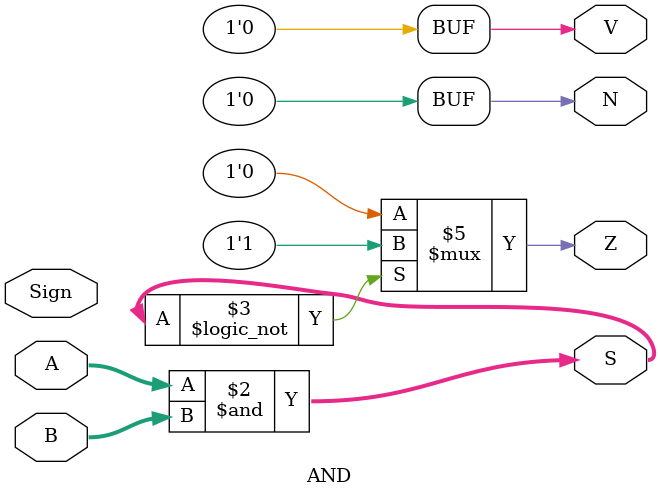
<source format=v>
`timescale 1ns / 1ps

module AND( A, B, Sign, S, Z, V, N);

    input [31:0] A;
    input [31:0] B;
    input Sign;

    output reg [31:0] S;
    output reg Z;
    output reg V;
    output reg N;

    always@(*)
    begin
        S = A & B;
        V <= 0;
        N <= 0;
        if (S == 0) Z <= 1;
        else Z <= 0;
    end

endmodule

</source>
